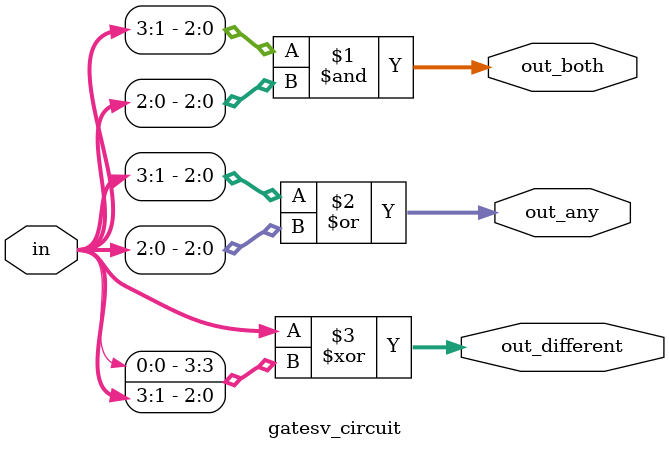
<source format=v>
module gatesv_circuit( 
   input [3:0] in,
   output [2:0] out_both,
   output [3:1] out_any,
   output [3:0] out_different 
);
   assign out_both = in[3:1]&in[2:0];
   assign out_any = in[3:1]|in[2:0];
   assign out_different = in ^ {in[0], in[3:1]};
endmodule 
</source>
